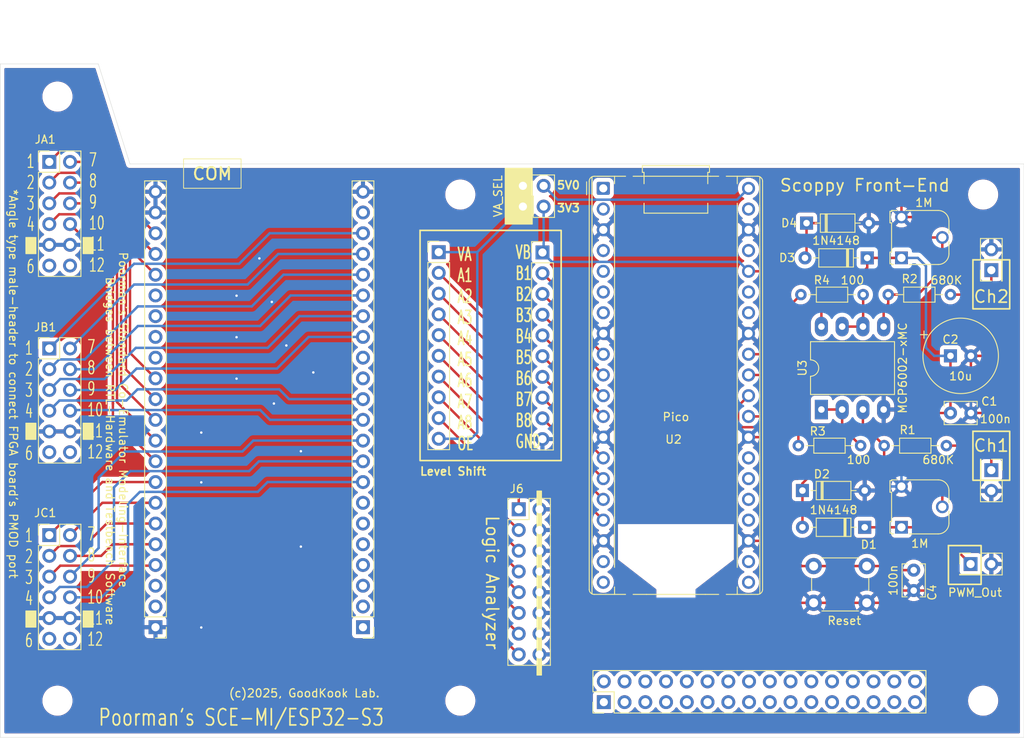
<source format=kicad_pcb>
(kicad_pcb (version 20241229) (generator "pcbnew") (generator_version "9.0")
  (layers (0 "F.Cu" signal) (2 "B.Cu" signal) (13 "F.Paste" user) (15 "B.Paste" user) (5 "F.SilkS" user "F.Silkscreen") (7 "B.SilkS" user "B.Silkscreen") (1 "F.Mask" user) (3 "B.Mask" user) (25 "Edge.Cuts" user))
  (net 0 "")
  (net 1 "+3V3")
  (net 2 "Net-(D3-A)")
  (net 3 "Net-(J5-Pin_1)")
  (net 6 "Net-(J7-Pin_1)")
  (net 9 "/ADC_0")
  (net 10 "Net-(U3A--)")
  (net 13 "Net-(U3B--)")
  (net 14 "/ADC_1")
  (net 28 "GND")
  (net 34 "Net-(D1-A)")
  (net 35 "Net-(J4-Pin_1)")
  (net 36 "Net-(SW2-A)")
  (net 37 "/GPIO37")
  (net 38 "/GPIO38")
  (net 39 "/GPIO39")
  (net 40 "/GPIO19")
  (net 41 "/GPIO35")
  (net 42 "/GPIO36")
  (net 43 "/GPIO20")
  (net 44 "/GPIO21")
  (net 45 "/GPIO41")
  (net 46 "/GPIO12")
  (net 47 "/GPIO42")
  (net 48 "/GPIO40")
  (net 49 "/GPIO14")
  (net 50 "/GPIO1")
  (net 51 "/GPIO2")
  (net 52 "/GPIO13")
  (net 53 "/GPIO18")
  (net 54 "/GPIO15")
  (net 55 "/GPIO16")
  (net 56 "/GPIO9")
  (net 57 "/GPIO8")
  (net 58 "/GPIO11")
  (net 59 "/GPIO17")
  (net 60 "/GPIO10")
  (net 61 "/GPIO46")
  (net 63 "/RST")
  (net 64 "/GPIO7")
  (net 66 "/GPIO5")
  (net 67 "/GPIO4")
  (net 68 "/GPIO3")
  (net 69 "/GPIO6")
  (net 71 "/GPIO47")
  (net 72 "/GPIO0")
  (net 73 "/GPIO48")
  (net 76 "/GPIO45")
  (net 77 "Net-(J2-Pin_1)")
  (net 110 "+5V0")
  (net 111 "Net-(J3_L1-Pin_6)")
  (net 112 "Net-(J3_L1-Pin_4)")
  (net 113 "Net-(J3_L1-Pin_3)")
  (net 114 "Net-(J3_L1-Pin_7)")
  (net 115 "Net-(J3_L1-Pin_2)")
  (net 116 "Net-(J3_L1-Pin_5)")
  (net 117 "Net-(J3_L1-Pin_8)")
  (net 118 "Net-(J3_L1-Pin_9)")
  (net 119 "Net-(J3_R1-Pin_8)")
  (net 120 "Net-(J3_R1-Pin_7)")
  (net 121 "Net-(J3_R1-Pin_2)")
  (net 122 "Net-(J3_R1-Pin_3)")
  (net 123 "Net-(J3_R1-Pin_9)")
  (net 124 "Net-(J3_R1-Pin_4)")
  (net 125 "Net-(J3_R1-Pin_6)")
  (net 126 "Net-(J3_R1-Pin_5)")
  (footprint "Capacitor_THT:C_Disc_D3.8mm_W2.6mm_P2.50mm" (layer "F.Cu") (at 225.315 118.76)
    (property "Reference" "C1")
    (property "Value" "100n")
  )
  (footprint "Connector_PinHeader_2.54mm:PinHeader_1x10_P2.54mm_Vertical" (layer "F.Cu") (at 175.3705 99.097)
    (property "Reference" "J3_R1" (hide yes))
    (property "Value" "Level_Shift_R" (hide yes))
  )
  (footprint "Potentiometer_THT:Potentiometer_Runtron_RM-065_Vertical" (layer "F.Cu") (at 219.315 132.76 90)
    (property "Reference" "RV1" (hide yes))
    (property "Value" "1M")
  )
  (footprint "Resistor_THT:R_Axial_DIN0204_L3.6mm_D1.6mm_P7.62mm_Horizontal" (layer "F.Cu") (at 217.195 122.76)
    (property "Reference" "R1")
    (property "Value" "680K")
  )
  (footprint "MountingHole:MountingHole_3.2mm_M3" (layer "F.Cu") (at 229.315 154)
    (property "Reference" "TP7" (hide yes))
    (property "Value" "Mounting Hole" (hide yes))
  )
  (footprint "Capacitor_THT:CP_Radial_Tantal_D9.0mm_P2.50mm" (layer "F.Cu") (at 225.315 111.76)
    (property "Reference" "C2")
    (property "Value" "10u")
  )
  (footprint "Resistor_THT:R_Axial_DIN0204_L3.6mm_D1.6mm_P7.62mm_Horizontal" (layer "F.Cu") (at 217.695 104.26)
    (property "Reference" "R2")
    (property "Value" "680K")
  )
  (footprint "Connector_PinHeader_2.54mm:PinHeader_2x06_P2.54mm_Vertical" (layer "F.Cu") (at 115 110.86)
    (property "Reference" "JB1")
    (property "Value" "FPGA_B" (hide yes))
  )
  (footprint "Connector_PinHeader_2.54mm:PinHeader_2x06_P2.54mm_Vertical" (layer "F.Cu") (at 115 133.72)
    (property "Reference" "JC1")
    (property "Value" "FPGA_C" (hide yes))
  )
  (footprint "Button_Switch_THT:SW_PUSH_6mm_H5mm" (layer "F.Cu") (at 208.565 137.51)
    (property "Reference" "SW2" (hide yes))
    (property "Value" "Reset")
  )
  (footprint "Potentiometer_THT:Potentiometer_Runtron_RM-065_Vertical" (layer "F.Cu") (at 219.315 99.76 90)
    (property "Reference" "RV2" (hide yes))
    (property "Value" "1M")
  )
  (footprint "Capacitor_THT:C_Disc_D3.8mm_W2.6mm_P2.50mm" (layer "F.Cu") (at 220.815 138.01 -90)
    (property "Reference" "C4")
    (property "Value" "100n")
  )
  (footprint "Connector_PinHeader_2.54mm:PinHeader_2x06_P2.54mm_Vertical" (layer "F.Cu") (at 115 88)
    (property "Reference" "JA1")
    (property "Value" "FPGA_A" (hide yes))
  )
  (footprint "MountingHole:MountingHole_3.2mm_M3" (layer "F.Cu") (at 229.315 92)
    (property "Reference" "TP8" (hide yes))
    (property "Value" "Mounting Hole" (hide yes))
  )
  (footprint "Connector_PinHeader_2.54mm:PinHeader_2x01_P2.54mm_Vertical" (layer "F.Cu") (at 230.315 125.76 -90)
    (property "Reference" "J4" (hide yes))
    (property "Value" "Ch1")
  )
  (footprint "Diode_THT:D_DO-35_SOD27_P7.62mm_Horizontal" (layer "F.Cu") (at 214.815 132.76 180)
    (property "Reference" "D1")
    (property "Value" "1N4148")
  )
  (footprint "Connector_PinHeader_2.54mm:PinHeader_1x22_P2.54mm_Vertical" (layer "F.Cu") (at 153.4 145 180)
    (property "Reference" "J11" (hide yes))
    (property "Value" "ESP32-S3_L" (hide yes))
  )
  (footprint "Connector_PinHeader_2.54mm:PinHeader_2x01_P2.54mm_Vertical" (layer "F.Cu") (at 227.775 137.26)
    (property "Reference" "J7" (hide yes))
    (property "Value" "PWM_Out")
  )
  (footprint "Diode_THT:D_DO-35_SOD27_P7.62mm_Horizontal" (layer "F.Cu") (at 207.695 95.5)
    (property "Reference" "D4")
    (property "Value" "1N4148" (hide yes))
  )
  (footprint "Diode_THT:D_DO-35_SOD27_P7.62mm_Horizontal" (layer "F.Cu") (at 215.125 99.76 180)
    (property "Reference" "D3")
    (property "Value" "1N4148")
  )
  (footprint "MountingHole:MountingHole_3.2mm_M3" (layer "F.Cu") (at 116 154)
    (property "Reference" "TP1" (hide yes))
    (property "Value" "Mounting Hole" (hide yes))
  )
  (footprint "Connector_PinHeader_2.54mm:PinHeader_2x01_P2.54mm_Vertical" (layer "F.Cu") (at 230.315 101.26 90)
    (property "Reference" "J5" (hide yes))
    (property "Value" "Ch2")
  )
  (footprint "Connector_PinHeader_2.54mm:PinHeader_1x22_P2.54mm_Vertical" (layer "F.Cu") (at 128 145 180)
    (property "Reference" "J12" (hide yes))
    (property "Value" "ESP32-S3_R" (hide yes))
  )
  (footprint "Connector_PinHeader_2.54mm:PinHeader_2x02_P2.54mm_Vertical" (layer "F.Cu") (at 172.974 93.472 90)
    (property "Reference" "J2" (hide yes))
    (property "Value" "VA_SEL")
  )
  (footprint "Package_DIP:DIP-8_W10.16mm_LongPads" (layer "F.Cu") (at 209.515 118.335 90)
    (property "Reference" "U3")
    (property "Value" "MCP6002-xMC")
  )
  (footprint "MountingHole:MountingHole_3.2mm_M3" (layer "F.Cu") (at 165.315 92)
    (property "Reference" "TP6" (hide yes))
    (property "Value" "Mounting Hole" (hide yes))
  )
  (footprint "Connector_PinHeader_2.54mm:PinHeader_2x16_P2.54mm_Vertical" (layer "F.Cu") (at 182.88 154.178 90)
    (property "Reference" "J1" (hide yes))
    (property "Value" "Conn_02x16_Counter_Clockwise" (hide yes))
  )
  (footprint "Connector_PinHeader_2.54mm:PinHeader_1x10_P2.54mm_Vertical" (layer "F.Cu") (at 162.6705 99.057)
    (property "Reference" "J3_L1" (hide yes))
    (property "Value" "Level_Shift_L" (hide yes))
  )
  (footprint "MountingHole:MountingHole_3.2mm_M3" (layer "F.Cu") (at 165.315 154)
    (property "Reference" "TP5" (hide yes))
    (property "Value" "Mounting Hole" (hide yes))
  )
  (footprint "Resistor_THT:R_Axial_DIN0204_L3.6mm_D1.6mm_P7.62mm_Horizontal" (layer "F.Cu") (at 207.005 104.26)
    (property "Reference" "R4")
    (property "Value" "100")
  )
  (footprint "MountingHole:MountingHole_3.2mm_M3" (layer "F.Cu") (at 116 80)
    (property "Reference" "TP3" (hide yes))
    (property "Value" "Mounting Hole" (hide yes))
  )
  (footprint "Module:RaspberryPi_Pico_Common_THT" (layer "F.Cu") (at 182.815 91.24)
    (property "Reference" "U2")
    (property "Value" "Pico")
  )
  (footprint "Connector_PinHeader_2.54mm:PinHeader_2x08_P2.54mm_Vertical" (layer "F.Cu") (at 172.466 130.556)
    (property "Reference" "J6")
    (property "Value" "Logic Analyzer")
  )
  (footprint "Resistor_THT:R_Axial_DIN0204_L3.6mm_D1.6mm_P7.62mm_Horizontal" (layer "F.Cu") (at 206.695 122.76)
    (property "Reference" "R3")
    (property "Value" "100")
  )
  (footprint "Diode_THT:D_DO-35_SOD27_P7.62mm_Horizontal" (layer "F.Cu") (at 207.195 128.26)
    (property "Reference" "D2")
    (property "Value" "1N4148" (hide yes))
  )
  (gr_rect (start 112.125 120) (end 113.375 122) (stroke (width 0.1)) (fill yes) (layer "F.SilkS"))
  (gr_rect (start 160.3855 96.393) (end 177.6575 124.587) (stroke (width 0.2)) (fill no) (layer "F.SilkS"))
  (gr_rect (start 119.125 97.25) (end 120.375 99.25) (stroke (width 0.1)) (fill yes) (layer "F.SilkS"))
  (gr_rect (start 228.065 121) (end 232.565 127) (stroke (width 0.2)) (fill no) (layer "F.SilkS"))
  (gr_rect (start 119.125 143) (end 120.375 145) (stroke (width 0.1)) (fill yes) (layer "F.SilkS"))
  (gr_rect (start 225.065 135) (end 229.065 139.75) (stroke (width 0.2)) (fill no) (layer "F.SilkS"))
  (gr_rect (start 112.125 97.25) (end 113.375 99.25) (stroke (width 0.1)) (fill yes) (layer "F.SilkS"))
  (gr_rect (start 174.69 128.306) (end 175.26 150.876) (stroke (width 0.1)) (fill yes) (layer "F.SilkS"))
  (gr_rect (start 170.7995 88.773) (end 174.1325 95.631) (stroke (width 0.1)) (fill yes) (layer "F.SilkS"))
  (gr_rect (start 112.125 143) (end 113.375 145) (stroke (width 0.1)) (fill yes) (layer "F.SilkS"))
  (gr_rect (start 228.065 100) (end 232.565 106) (stroke (width 0.2)) (fill no) (layer "F.SilkS"))
  (gr_rect (start 119.125 120) (end 120.375 122) (stroke (width 0.1)) (fill yes) (layer "F.SilkS"))
  (gr_line (start 234.315 88.25) (end 124.875 88.25) (stroke (width 0.05)) (layer "Edge.Cuts"))
  (gr_line (start 234.315 158.5) (end 234.315 88.25) (stroke (width 0.05)) (layer "Edge.Cuts"))
  (gr_line (start 109 76) (end 109 158.5) (stroke (width 0.05)) (layer "Edge.Cuts"))
  (gr_line (start 121 76) (end 109 76) (stroke (width 0.05)) (layer "Edge.Cuts"))
  (gr_line (start 124.875 88.25) (end 121 76) (stroke (width 0.05)) (layer "Edge.Cuts"))
  (gr_line (start 109 158.5) (end 234.315 158.5) (stroke (width 0.05)) (layer "Edge.Cuts"))
  (gr_text "1\n2\n3\n4\n5\n6" (at 112.14 101.75 0) (layer "F.SilkS") (effects (font (size 1.6 1)) (justify left bottom)))
  (gr_text "7\n8\n9\n10\n11\n12" (at 119.57 147.4 0) (layer "F.SilkS") (effects (font (size 1.6 1)) (justify left bottom)))
  (gr_text "7\n8\n9\n10\n11\n12" (at 119.77 101.58 0) (layer "F.SilkS") (effects (font (size 1.6 1)) (justify left bottom)))
  (gr_text "(c)2025, GoodKook Lab." (at 136.906 153.67 0) (layer "F.SilkS") (effects (font (size 1 1)) (justify left bottom)))
  (gr_text "7\n8\n9\n10\n11\n12" (at 119.57 124.46 0) (layer "F.SilkS") (effects (font (size 1.6 1)) (justify left bottom)))
  (gr_text "Level Shift" (at 160.274 126.492 0) (layer "F.SilkS") (effects (font (size 1 1) (thickness 0.2) (bold yes)) (justify left bottom)))
  (gr_text "Poorman's SCE-MI/ESP32-S3" (at 120.904 157.226 0) (layer "F.SilkS") (effects (font (size 2 1.5) (thickness 0.2)) (justify left bottom)))
  (gr_text "Poorman's Standard Co-Emulator Modeling-Interface\n    Bridges between RTL-Hardware and Testbench Software" (at 121.85 98.95 270) (layer "F.SilkS") (effects (font (size 1 1)) (justify left bottom)))
  (gr_text "1\n2\n3\n4\n5\n6" (at 111.94 124.63 0) (layer "F.SilkS") (effects (font (size 1.6 1)) (justify left bottom)))
  (gr_text "1\n2\n3\n4\n5\n6" (at 111.94 147.57 0) (layer "F.SilkS") (effects (font (size 1.6 1)) (justify left bottom)))
  (gr_text "Scoppy Front-End" (at 204.315 91.75 0) (layer "F.SilkS") (effects (font (size 1.5 1.5) (thickness 0.2)) (justify left bottom)))
  (gr_text "3V3" (at 177.038 94.234 0) (layer "F.SilkS") (effects (font (size 1 1) (thickness 0.2) (bold yes)) (justify left bottom)))
  (gr_text "*Angle type male-header to connect FPGA board's PMOD port" (at 110 91.25 270) (layer "F.SilkS") (effects (font (size 1 1)) (justify left bottom)))
  (gr_text "5V0" (at 177.038 91.44 0) (layer "F.SilkS") (effects (font (size 1 1) (thickness 0.2) (bold yes)) (justify left bottom)))
  (gr_text "VB\nB1\nB2\nB3\nB4\nB5\nB6\nB7\nB8\nGND" (at 171.958 123.19 0) (layer "F.SilkS") (effects (font (size 1.6 1) (thickness 0.2) (bold yes)) (justify left bottom)))
  (gr_text "VA\nA1\nA2\nA3\nA4\nA5\nA6\nA7\nA8\nOE" (at 164.846 123.444 0) (layer "F.SilkS") (effects (font (size 1.6 1) (thickness 0.2) (bold yes)) (justify left bottom)))
  (gr_text_box "COM" (start 131.44 87.63) (end 138.48 91.23) (margins 1.0025 1.0025 1.0025 1.0025) (layer "F.SilkS") (effects (font (size 1.5 1.5) (thickness 0.25) (bold yes)) (justify left top)) (border yes) (stroke (width 0.1)))
  (segment (start 225.315 111.76) (end 225.315 118.76) (width 0.3) (layer "F.Cu") (net 1))
  (segment (start 222.065 120.25) (end 222.065 123.25) (width 0.3) (layer "F.Cu") (net 1))
  (segment (start 225.315 118.76) (end 223.555 118.76) (width 0.3) (layer "F.Cu") (net 1))
  (segment (start 210.705 102.26) (end 209.515 103.45) (width 0.3) (layer "F.Cu") (net 1))
  (segment (start 225.565 124.75) (end 226.565 125.75) (width 0.3) (layer "F.Cu") (net 1))
  (segment (start 209.515 104.06) (end 209.515 108.175) (width 0.3) (layer "F.Cu") (net 1))
  (segment (start 200.595 101.4) (end 206.215 101.4) (width 0.3) (layer "F.Cu") (net 1))
  (segment (start 206.215 101.4) (end 207.065 102.25) (width 0.3) (layer "F.Cu") (net 1))
  (segment (start 226.565 132) (end 225.805 132.76) (width 0.3) (layer "F.Cu") (net 1))
  (segment (start 215.125 99.76) (end 219.315 99.76) (width 0.3) (layer "F.Cu") (net 1))
  (segment (start 215.125 100.95) (end 213.815 102.26) (width 0.3) (layer "F.Cu") (net 1))
  (segment (start 225.805 132.76) (end 219.315 132.76) (width 0.3) (layer "F.Cu") (net 1))
  (segment (start 223.555 118.76) (end 222.065 120.25) (width 0.3) (layer "F.Cu") (net 1))
  (segment (start 209.515 103.45) (end 209.515 104.06) (width 0.3) (layer "F.Cu") (net 1))
  (segment (start 226.565 125.75) (end 226.565 132) (width 0.3) (layer "F.Cu") (net 1))
  (segment (start 215.125 99.76) (end 215.125 100.95) (width 0.3) (layer "F.Cu") (net 1))
  (segment (start 208.315 102.25) (end 209.515 103.45) (width 0.3) (layer "F.Cu") (net 1))
  (segment (start 207.065 102.25) (end 208.315 102.25) (width 0.3) (layer "F.Cu") (net 1))
  (segment (start 214.815 132.76) (end 219.315 132.76) (width 0.3) (layer "F.Cu") (net 1))
  (segment (start 223.565 124.75) (end 225.565 124.75) (width 0.3) (layer "F.Cu") (net 1))
  (segment (start 213.815 102.26) (end 210.705 102.26) (width 0.3) (layer "F.Cu") (net 1))
  (segment (start 222.065 123.25) (end 223.565 124.75) (width 0.3) (layer "F.Cu") (net 1))
  (segment (start 221.315 99.76) (end 222.315 100.76) (width 0.3) (layer "B.Cu") (net 1))
  (segment (start 219.315 99.76) (end 221.315 99.76) (width 0.3) (layer "B.Cu") (net 1))
  (segment (start 175.514 93.472) (end 175.514 98.9535) (width 0.3) (layer "B.Cu") (net 1))
  (segment (start 175.514 98.9535) (end 175.3705 99.097) (width 0.3) (layer "B.Cu") (net 1))
  (segment (start 175.3705 99.097) (end 176.5225 100.249) (width 0.3) (layer "B.Cu") (net 1))
  (segment (start 222.315 110.76) (end 223.315 111.76) (width 0.3) (layer "B.Cu") (net 1))
  (segment (start 222.315 100.76) (end 222.315 110.76) (width 0.3) (layer "B.Cu") (net 1))
  (segment (start 223.315 111.76) (end 225.315 111.76) (width 0.3) (layer "B.Cu") (net 1))
  (segment (start 176.5225 100.249) (end 199.444 100.249) (width 0.3) (layer "B.Cu") (net 1))
  (segment (start 199.444 100.249) (end 200.595 101.4) (width 0.3) (layer "B.Cu") (net 1))
  (segment (start 224.315 101.26) (end 221.315 104.26) (width 0.3) (layer "F.Cu") (net 2))
  (segment (start 217.135 105.94) (end 217.135 108.175) (width 0.3) (layer "F.Cu") (net 2))
  (segment (start 207.695 95.5) (end 210.065 95.5) (width 0.3) (layer "F.Cu") (net 2))
  (segment (start 217.695 104.26) (end 217.695 105.38) (width 0.3) (layer "F.Cu") (net 2))
  (segment (start 207.695 99.57) (end 207.505 99.76) (width 0.3) (layer "F.Cu") (net 2))
  (segment (start 221.315 104.26) (end 217.695 104.26) (width 0.3) (layer "F.Cu") (net 2))
  (segment (start 207.695 95.5) (end 207.695 99.57) (width 0.3) (layer "F.Cu") (net 2))
  (segment (start 217.695 105.38) (end 217.135 105.94) (width 0.3) (layer "F.Cu") (net 2))
  (segment (start 210.065 95.5) (end 211.825 97.26) (width 0.3) (layer "F.Cu") (net 2))
  (segment (start 224.315 97.26) (end 224.315 101.26) (width 0.3) (layer "F.Cu") (net 2))
  (segment (start 211.825 97.26) (end 224.315 97.26) (width 0.3) (layer "F.Cu") (net 2))
  (segment (start 230.315 102.76) (end 230.315 101.26) (width 0.3) (layer "F.Cu") (net 3))
  (segment (start 225.315 104.26) (end 228.815 104.26) (width 0.3) (layer "F.Cu") (net 3))
  (segment (start 228.815 104.26) (end 230.315 102.76) (width 0.3) (layer "F.Cu") (net 3))
  (segment (start 200.595 119.18) (end 202.995 119.18) (width 0.3) (layer "F.Cu") (net 6))
  (segment (start 202.995 119.18) (end 204.815 121) (width 0.3) (layer "F.Cu") (net 6))
  (segment (start 227.775 137.26) (end 225.515 135) (width 0.3) (layer "F.Cu") (net 6))
  (segment (start 204.815 121) (end 204.815 133) (width 0.3) (layer "F.Cu") (net 6))
  (segment (start 204.815 133) (end 206.815 135) (width 0.3) (layer "F.Cu") (net 6))
  (segment (start 225.515 135) (end 206.815 135) (width 0.3) (layer "F.Cu") (net 6))
  (segment (start 200.595 114.1) (end 203.155 114.1) (width 0.3) (layer "F.Cu") (net 9))
  (segment (start 206.695 122.76) (end 206.695 117.64) (width 0.3) (layer "F.Cu") (net 9))
  (segment (start 206.695 117.64) (end 203.155 114.1) (width 0.3) (layer "F.Cu") (net 9))
  (segment (start 212.055 118.335) (end 209.515 118.335) (width 0.3) (layer "F.Cu") (net 10))
  (segment (start 212.055 118.335) (end 212.055 120.5) (width 0.3) (layer "F.Cu") (net 10))
  (segment (start 212.055 120.5) (end 214.315 122.76) (width 0.3) (layer "F.Cu") (net 10))
  (segment (start 214.625 108.145) (end 214.595 108.175) (width 0.3) (layer "F.Cu") (net 13))
  (segment (start 214.625 104.26) (end 214.625 108.145) (width 0.3) (layer "F.Cu") (net 13))
  (segment (start 214.595 108.175) (end 212.055 108.175) (width 0.3) (layer "F.Cu") (net 13))
  (segment (start 204.815 106.45) (end 204.815 109.76) (width 0.3) (layer "F.Cu") (net 14))
  (segment (start 203.015 111.56) (end 200.595 111.56) (width 0.3) (layer "F.Cu") (net 14))
  (segment (start 207.005 104.26) (end 204.815 106.45) (width 0.3) (layer "F.Cu") (net 14))
  (segment (start 204.815 109.76) (end 203.015 111.56) (width 0.3) (layer "F.Cu") (net 14))
  (segment (start 231.305 111.76) (end 227.815 111.76) (width 0.3) (layer "F.Cu") (net 28))
  (segment (start 202.285 121.72) (end 202.815 122.25) (width 0.3) (layer "F.Cu") (net 28))
  (segment (start 227.565 98.75) (end 227.815 98.75) (width 0.3) (layer "F.Cu") (net 28))
  (segment (start 230.315 139.75) (end 229.555 140.51) (width 0.3) (layer "F.Cu") (net 28))
  (segment (start 200.595 134.42) (end 202.735 134.42) (width 0.3) (layer "F.Cu") (net 28))
  (segment (start 215.065 142.01) (end 208.565 142.01) (width 0.3) (layer "F.Cu") (net 28))
  (segment (start 229.555 140.51) (end 220.815 140.51) (width 0.3) (layer "F.Cu") (net 28))
  (segment (start 202.735 134.42) (end 203.815 135.5) (width 0.3) (layer "F.Cu") (net 28))
  (segment (start 202.815 134.34) (end 202.735 134.42) (width 0.3) (layer "F.Cu") (net 28))
  (segment (start 232.515 128.3) (end 230.315 128.3) (width 0.3) (layer "F.Cu") (net 28))
  (segment (start 226.565 97.75) (end 227.565 98.75) (width 0.3) (layer "F.Cu") (net 28))
  (segment (start 128 91.66) (end 153.4 91.66) (width 0.2) (layer "F.Cu") (net 28))
  (segment (start 219.315 94.76) (end 225.305 94.76) (width 0.3) (layer "F.Cu") (net 28))
  (segment (start 232.815 109.75) (end 233.065 110) (width 0.3) (layer "F.Cu") (net 28))
  (segment (start 203.815 135.5) (end 203.815 140) (width 0.3) (layer "F.Cu") (net 28))
  (segment (start 128 91.66) (end 128 94.2) (width 0.2) (layer "F.Cu") (net 28))
  (segment (start 225.305 94.76) (end 225.315 94.75) (width 0.3) (layer "F.Cu") (net 28))
  (segment (start 230.315 128.3) (end 230.315 137.26) (width 0.3) (layer "F.Cu") (net 28))
  (segment (start 232.055 118.76) (end 232.065 118.75) (width 0.3) (layer "F.Cu") (net 28))
  (segment (start 205.825 142.01) (end 203.815 140) (width 0.3) (layer "F.Cu") (net 28))
  (segment (start 215.315 95.5) (end 215.315 92.75) (width 0.3) (layer "F.Cu") (net 28))
  (segment (start 218.555 140.51) (end 217.055 142.01) (width 0.3) (layer "F.Cu") (net 28))
  (segment (start 220.815 140.51) (end 218.555 140.51) (width 0.3) (layer "F.Cu") (net 28))
  (segment (start 215.315 92.75) (end 219.315 92.75) (width 0.3) (layer "F.Cu") (net 28))
  (segment (start 208.565 142.01) (end 205.825 142.01) (width 0.3) (layer "F.Cu") (net 28))
  (segment (start 227.815 118.76) (end 232.055 118.76) (width 0.3) (layer "F.Cu") (net 28))
  (segment (start 227.845 98.72) (end 230.315 98.72) (width 0.3) (layer "F.Cu") (net 28))
  (segment (start 233.315 120) (end 233.315 127.5) (width 0.3) (layer "F.Cu") (net 28))
  (segment (start 233.065 110) (end 231.305 111.76) (width 0.3) (layer "F.Cu") (net 28))
  (segment (start 217.055 142.01) (end 215.065 142.01) (width 0.3) (layer "F.Cu") (net 28))
  (segment (start 227.815 111.76) (end 227.815 118.76) (width 0.3) (layer "F.Cu") (net 28))
  (segment (start 225.315 94.75) (end 226.565 96) (width 0.3) (layer "F.Cu") (net 28))
  (segment (start 226.565 96) (end 226.565 97.75) (width 0.3) (layer "F.Cu") (net 28))
  (segment (start 200.595 121.72) (end 202.285 121.72) (width 0.3) (layer "F.Cu") (net 28))
  (segment (start 232.285 98.72) (end 232.815 99.25) (width 0.3) (layer "F.Cu") (net 28))
  (segment (start 233.315 127.5) (end 232.515 128.3) (width 0.3) (layer "F.Cu") (net 28))
  (segment (start 202.815 122.25) (end 202.815 134.34) (width 0.3) (layer "F.Cu") (net 28))
  (segment (start 230.315 137.26) (end 230.315 139.75) (width 0.3) (layer "F.Cu") (net 28))
  (segment (start 219.315 92.75) (end 219.315 94.76) (width 0.3) (layer "F.Cu") (net 28))
  (segment (start 227.815 98.75) (end 227.845 98.72) (width 0.3) (layer "F.Cu") (net 28))
  (segment (start 232.815 99.25) (end 232.815 109.75) (width 0.3) (layer "F.Cu") (net 28))
  (segment (start 230.315 98.72) (end 232.285 98.72) (width 0.3) (layer "F.Cu") (net 28))
  (segment (start 232.065 118.75) (end 233.315 120) (width 0.3) (layer "F.Cu") (net 28))
  (via (at 133.604 145.034) (size 0.6) (drill 0.3) (layers "F.Cu" "B.Cu") (net 28))
  (via (at 137.922 109.474) (size 0.6) (drill 0.3) (layers "F.Cu" "B.Cu") (net 28))
  (via (at 145.796 135.128) (size 0.6) (drill 0.3) (layers "F.Cu" "B.Cu") (net 28))
  (via (at 142.494 117.602) (size 0.6) (drill 0.3) (layers "F.Cu" "B.Cu") (net 28))
  (via (at 147.32 113.792) (size 0.6) (drill 0.3) (layers "F.Cu" "B.Cu") (net 28))
  (via (at 144.018 110.49) (size 0.6) (drill 0.3) (layers "F.Cu" "B.Cu") (net 28))
  (via (at 137.922 114.554) (size 0.6) (drill 0.3) (layers "F.Cu" "B.Cu") (net 28))
  (via (at 137.922 104.394) (size 0.6) (drill 0.3) (layers "F.Cu" "B.Cu") (net 28))
  (via (at 133.604 127.254) (size 0.6) (drill 0.3) (layers "F.Cu" "B.Cu") (net 28))
  (via (at 133.604 121.158) (size 0.6) (drill 0.3) (layers "F.Cu" "B.Cu") (net 28))
  (via (at 145.796 123.444) (size 0.6) (drill 0.3) (layers "F.Cu" "B.Cu") (net 28))
  (via (at 140.716 99.822) (size 0.6) (drill 0.3) (layers "F.Cu" "B.Cu") (net 28))
  (via (at 142.24 105.156) (size 0.6) (drill 0.3) (layers "F.Cu" "B.Cu") (net 28))
  (segment (start 117.54 121.02) (end 113.04 121.02) (width 0.2) (layer "B.Cu") (net 28))
  (segment (start 123.01 94.2) (end 119.05 98.16) (width 0.2) (layer "B.Cu") (net 28))
  (segment (start 219.315 127.76) (end 217.805 127.76) (width 0.3) (layer "B.Cu") (net 28))
  (segment (start 111.81 99.12) (end 111.81 119.79) (width 0.2) (layer "B.Cu") (net 28))
  (segment (start 220.815 119.5) (end 219.65 118.335) (width 0.3) (layer "B.Cu") (net 28))
  (segment (start 226.565 115.5) (end 218.065 115.5) (width 0.3) (layer "B.Cu") (net 28))
  (segment (start 219.315 125.5) (end 220.815 124) (width 0.3) (layer "B.Cu") (net 28))
  (segment (start 227.815 118.76) (end 227.815 116.75) (width 0.3) (layer "B.Cu") (net 28))
  (segment (start 111.81 119.79) (end 113.04 121.02) (width 0.2) (layer "B.Cu") (net 28))
  (segment (start 112.1 121.75) (end 112.1 142.85) (width 0.2) (layer "B.Cu") (net 28))
  (segment (start 227.815 116.75) (end 226.565 115.5) (width 0.3) (layer "B.Cu") (net 28))
  (segment (start 219.315 127.76) (end 219.315 125.5) (width 0.3) (layer "B.Cu") (net 28))
  (segment (start 113.04 121.02) (end 112.83 121.02) (width 0.2) (layer "B.Cu") (net 28))
  (segment (start 219.65 118.335) (end 217.135 118.335) (width 0.3) (layer "B.Cu") (net 28))
  (segment (start 128 94.2) (end 123.01 94.2) (width 0.2) (layer "B.Cu") (net 28))
  (segment (start 217.805 127.76) (end 217.305 128.26) (width 0.3) (layer "B.Cu") (net 28))
  (segment (start 112.1 142.85) (end 113.13 143.88) (width 0.2) (layer "B.Cu") (net 28))
  (segment (start 218.065 115.5) (end 217.135 116.43) (width 0.3) (layer "B.Cu") (net 28))
  (segment (start 122.85 143.88) (end 123.97 145) (width 0.2) (layer "B.Cu") (net 28))
  (segment (start 112.77 98.16) (end 111.81 99.12) (width 0.2) (layer "B.Cu") (net 28))
  (segment (start 217.305 128.26) (end 214.815 128.26) (width 0.3) (layer "B.Cu") (net 28))
  (segment (start 217.135 116.43) (end 217.135 118.335) (width 0.3) (layer "B.Cu") (net 28))
  (segment (start 123.97 145) (end 128 145) (width 0.2) (layer "B.Cu") (net 28))
  (segment (start 112.83 121.02) (end 112.1 121.75) (width 0.2) (layer "B.Cu") (net 28))
  (segment (start 113.13 143.88) (end 117.54 143.88) (width 0.2) (layer "B.Cu") (net 28))
  (segment (start 115 143.88) (end 122.85 143.88) (width 0.2) (layer "B.Cu") (net 28))
  (segment (start 119.05 98.16) (end 115 98.16) (width 0.2) (layer "B.Cu") (net 28))
  (segment (start 115 98.16) (end 112.77 98.16) (width 0.2) (layer "B.Cu") (net 28))
  (segment (start 220.815 124) (end 220.815 119.5) (width 0.3) (layer "B.Cu") (net 28))
  (segment (start 207.195 132.76) (end 207.195 128.26) (width 0.3) (layer "F.Cu") (net 34))
  (segment (start 207.195 127.38) (end 207.195 128.26) (width 0.3) (layer "F.Cu") (net 34))
  (segment (start 217.195 124.38) (end 215.815 125.76) (width 0.3) (layer "F.Cu") (net 34))
  (segment (start 214.595 120.16) (end 217.195 122.76) (width 0.3) (layer "F.Cu") (net 34))
  (segment (start 218.575 125.76) (end 223.815 125.76) (width 0.3) (layer "F.Cu") (net 34))
  (segment (start 224.315 126.26) (end 224.315 130.26) (width 0.3) (layer "F.Cu") (net 34))
  (segment (start 223.815 125.76) (end 224.315 126.26) (width 0.3) (layer "F.Cu") (net 34))
  (segment (start 214.595 118.335) (end 214.595 120.16) (width 0.3) (layer "F.Cu") (net 34))
  (segment (start 217.195 122.76) (end 217.195 124.38) (width 0.3) (layer "F.Cu") (net 34))
  (segment (start 215.815 125.76) (end 208.815 125.76) (width 0.3) (layer "F.Cu") (net 34))
  (segment (start 217.195 124.38) (end 218.575 125.76) (width 0.3) (layer "F.Cu") (net 34))
  (segment (start 208.815 125.76) (end 207.195 127.38) (width 0.3) (layer "F.Cu") (net 34))
  (segment (start 229.315 122.76) (end 230.315 123.76) (width 0.3) (layer "F.Cu") (net 35))
  (segment (start 224.815 122.76) (end 229.315 122.76) (width 0.3) (layer "F.Cu") (net 35))
  (segment (start 230.315 125.76) (end 230.315 123.76) (width 0.3) (layer "F.Cu") (net 35))
  (segment (start 199.815 120.5) (end 199.315 120) (width 0.3) (layer "F.Cu") (net 36))
  (segment (start 202.815 120.5) (end 199.815 120.5) (width 0.3) (layer "F.Cu") (net 36))
  (segment (start 208.565 137.51) (end 207.11648 137.51) (width 0.3) (layer "F.Cu") (net 36))
  (segment (start 207.11648 137.51) (end 203.815 134.20852) (width 0.3) (layer "F.Cu") (net 36))
  (segment (start 199.315 117.92) (end 200.595 116.64) (width 0.3) (layer "F.Cu") (net 36))
  (segment (start 208.565 137.51) (end 215.065 137.51) (width 0.3) (layer "F.Cu") (net 36))
  (segment (start 203.815 134.20852) (end 203.815 121.5) (width 0.3) (layer "F.Cu") (net 36))
  (segment (start 215.065 137.51) (end 217.825 137.51) (width 0.3) (layer "F.Cu") (net 36))
  (segment (start 199.315 120) (end 199.315 117.92) (width 0.3) (layer "F.Cu") (net 36))
  (segment (start 218.325 138.01) (end 220.815 138.01) (width 0.3) (layer "F.Cu") (net 36))
  (segment (start 217.825 137.51) (end 218.325 138.01) (width 0.3) (layer "F.Cu") (net 36))
  (segment (start 203.815 121.5) (end 202.815 120.5) (width 0.3) (layer "F.Cu") (net 36))
  (segment (start 123.79 115.39) (end 123.79 99.94704) (width 0.3) (layer "F.Cu") (net 37))
  (segment (start 128 119.6) (end 123.79 115.39) (width 0.3) (layer "F.Cu") (net 37))
  (segment (start 120.637 96.79404) (end 120.637 94.057) (width 0.3) (layer "F.Cu") (net 37))
  (segment (start 119.66 93.08) (end 117.54 93.08) (width 0.3) (layer "F.Cu") (net 37))
  (segment (start 123.79 99.94704) (end 120.637 96.79404) (width 0.3) (layer "F.Cu") (net 37))
  (segment (start 120.637 94.057) (end 119.66 93.08) (width 0.3) (layer "F.Cu") (net 37))
  (segment (start 119.219 94.419) (end 116.201 94.419) (width 0.3) (layer "F.Cu") (net 38))
  (segment (start 128 122.14) (end 123.289 117.429) (width 0.3) (layer "F.Cu") (net 38))
  (segment (start 120.136 95.336) (end 119.219 94.419) (width 0.3) (layer "F.Cu") (net 38))
  (segment (start 123.289 100.15456) (end 120.136 97.001561) (width 0.3) (layer "F.Cu") (net 38))
  (segment (start 120.136 97.001561) (end 120.136 95.336) (width 0.3) (layer "F.Cu") (net 38))
  (segment (start 116.201 94.419) (end 115 95.62) (width 0.3) (layer "F.Cu") (net 38))
  (segment (start 123.289 117.429) (end 123.289 100.15456) (width 0.3) (layer "F.Cu") (net 38))
  (segment (start 122.788 119.468) (end 122.788 116.46) (width 0.3) (layer "F.Cu") (net 39))
  (segment (start 117.54 95.62) (end 122.788 100.868) (width 0.3) (layer "F.Cu") (net 39))
  (segment (start 122.788 117.636521) (end 122.788 117.63652) (width 0.3) (layer "F.Cu") (net 39))
  (segment (start 122.788 116.46) (end 122.788 117.22148) (width 0.3) (layer "F.Cu") (net 39))
  (segment (start 122.788 117.22148) (end 122.788 117.636521) (width 0.3) (layer "F.Cu") (net 39))
  (segment (start 122.788 100.868) (end 122.788 116.46) (width 0.3) (layer "F.Cu") (net 39))
  (segment (start 128 124.68) (end 122.788 119.468) (width 0.3) (layer "F.Cu") (net 39))
  (segment (start 127.99 96.74) (end 128 96.74) (width 0.3) (layer "F.Cu") (net 40))
  (segment (start 123.16 88.81) (end 123.16 91.91) (width 0.3) (layer "F.Cu") (net 40))
  (segment (start 117.19 85.81) (end 120.16 85.81) (width 0.3) (layer "F.Cu") (net 40))
  (segment (start 123.16 91.91) (end 127.99 96.74) (width 0.3) (layer "F.Cu") (net 40))
  (segment (start 115 88) (end 117.19 85.81) (width 0.3) (layer "F.Cu") (net 40))
  (segment (start 120.16 85.81) (end 123.16 88.81) (width 0.3) (layer "F.Cu") (net 40))
  (segment (start 128 114.52) (end 124.88 111.4) (width 0.3) (layer "F.Cu") (net 41))
  (segment (start 124.88 99.62) (end 121.639 96.379) (width 0.3) (layer "F.Cu") (net 41))
  (segment (start 121.639 96.379) (end 121.639 92.329) (width 0.3) (layer "F.Cu") (net 41))
  (segment (start 121.639 92.329) (end 119.85 90.54) (width 0.3) (layer "F.Cu") (net 41))
  (segment (start 124.88 111.4) (end 124.88 99.62) (width 0.3) (layer "F.Cu") (net 41))
  (segment (start 119.85 90.54) (end 117.54 90.54) (width 0.3) (layer "F.Cu") (net 41))
  (segment (start 124.379 113.439) (end 124.379 99.82752) (width 0.3) (layer "F.Cu") (net 42))
  (segment (start 116.22 91.86) (end 115 93.08) (width 0.3) (layer "F.Cu") (net 42))
  (segment (start 124.379 99.82752) (end 121.138 96.58652) (width 0.3) (layer "F.Cu") (net 42))
  (segment (start 128 117.06) (end 124.379 113.439) (width 0.3) (layer "F.Cu") (net 42))
  (segment (start 119.76 91.86) (end 116.22 91.86) (width 0.3) (layer "F.Cu") (net 42))
  (segment (start 121.138 96.58652) (end 121.138 93.238) (width 0.3) (layer "F.Cu") (net 42))
  (segment (start 121.138 93.238) (end 119.76 91.86) (width 0.3) (layer "F.Cu") (net 42))
  (segment (start 127.95 99.28) (end 122.659 93.989) (width 0.3) (layer "F.Cu") (net 43))
  (segment (start 117.54 88) (end 120.49 88) (width 0.3) (layer "F.Cu") (net 43))
  (segment (start 122.659 90.169) (end 120.49 88) (width 0.3) (layer "F.Cu") (net 43))
  (segment (start 128 99.28) (end 127.95 99.28) (width 0.3) (layer "F.Cu") (net 43))
  (segment (start 122.659 93.989) (end 122.659 90.169) (width 0.3) (layer "F.Cu") (net 43))
  (segment (start 122.14 91.15) (end 122.14 95.96) (width 0.3) (layer "F.Cu") (net 44))
  (segment (start 122.14 95.96) (end 128 101.82) (width 0.3) (layer "F.Cu") (net 44))
  (segment (start 115 90.54) (end 116.201 89.339) (width 0.3) (layer "F.Cu") (net 44))
  (segment (start 120.329 89.339) (end 122.14 91.15) (width 0.3) (layer "F.Cu") (net 44))
  (segment (start 116.201 89.339) (end 120.329 89.339) (width 0.3) (layer "F.Cu") (net 44))
  (segment (start 117.54 133.72) (end 121.5 129.76) (width 0.3) (layer "F.Cu") (net 45))
  (segment (start 121.5 129.76) (end 128 129.76) (width 0.3) (layer "F.Cu") (net 45))
  (segment (start 153.4 101.82) (end 143.67 101.82) (width 0.3) (layer "B.Cu") (net 46))
  (segment (start 119.341 112.199) (end 116.201 112.199) (width 0.3) (layer "B.Cu") (net 46))
  (segment (start 116.201 112.199) (end 115 113.4) (width 0.3) (layer "B.Cu") (net 46))
  (segment (start 139.791 105.699) (end 125.841 105.699) (width 0.3) (layer "B.Cu") (net 46))
  (segment (start 143.67 101.82) (end 139.791 105.699) (width 0.3) (layer "B.Cu") (net 46))
  (segment (start 125.841 105.699) (end 119.341 112.199) (width 0.3) (layer "B.Cu") (net 46))
  (segment (start 122.02 132.3) (end 128 132.3) (width 0.3) (layer "F.Cu") (net 47))
  (segment (start 119.261 135.059) (end 122.02 132.3) (width 0.3) (layer "F.Cu") (net 47))
  (segment (start 115 136.26) (end 116.201 135.059) (width 0.3) (layer "F.Cu") (net 47))
  (segment (start 116.201 135.059) (end 119.261 135.059) (width 0.3) (layer "F.Cu") (net 47))
  (segment (start 121.5 127.22) (end 128 127.22) (width 0.3) (layer "F.Cu") (net 48))
  (segment (start 115 133.72) (end 121.5 127.22) (width 0.3) (layer "F.Cu") (net 48))
  (segment (start 138.239 100.481) (end 125.379 100.481) (width 0.3) (layer "B.Cu") (net 49))
  (segment (start 125.379 100.481) (end 115 110.86) (width 0.3) (layer "B.Cu") (net 49))
  (segment (start 141.98 96.74) (end 138.239 100.481) (width 0.3) (layer "B.Cu") (net 49))
  (segment (start 153.4 96.74) (end 141.98 96.74) (width 0.3) (layer "B.Cu") (net 49))
  (segment (start 115 138.8) (end 116.339 137.461) (width 0.3) (layer "F.Cu") (net 50))
  (segment (start 116.339 137.461) (end 127.919 137.461) (width 0.3) (layer "F.Cu") (net 50))
  (segment (start 127.919 137.461) (end 128 137.38) (width 0.3) (layer "F.Cu") (net 50))
  (segment (start 117.54 136.26) (end 121.35 136.26) (width 0.3) (layer "F.Cu") (net 51))
  (segment (start 121.35 136.26) (end 122.77 134.84) (width 0.3) (layer "F.Cu") (net 51))
  (segment (start 122.77 134.84) (end 128 134.84) (width 0.3) (layer "F.Cu") (net 51))
  (segment (start 143.02 99.28) (end 153.4 99.28) (width 0.3) (layer "B.Cu") (net 52))
  (segment (start 125.379 103.021) (end 139.279 103.021) (width 0.3) (layer "B.Cu") (net 52))
  (segment (start 117.54 110.86) (end 125.379 103.021) (width 0.3) (layer "B.Cu") (net 52))
  (segment (start 139.279 103.021) (end 143.02 99.28) (width 0.3) (layer "B.Cu") (net 52))
  (segment (start 140.819 118.399) (end 117.621 118.399) (width 0.3) (layer "B.Cu") (net 53))
  (segment (start 117.621 118.399) (end 117.54 118.48) (width 0.3) (layer "B.Cu") (net 53))
  (segment (start 142.02 119.6) (end 140.819 118.399) (width 0.3) (layer "B.Cu") (net 53))
  (segment (start 153.4 119.6) (end 142.02 119.6) (width 0.3) (layer "B.Cu") (net 53))
  (segment (start 126.089 128.421) (end 124.64 129.87) (width 0.3) (layer "B.Cu") (net 54))
  (segment (start 121.39 141.34) (end 117.54 141.34) (width 0.3) (layer "B.Cu") (net 54))
  (segment (start 140.519 128.421) (end 126.089 128.421) (width 0.3) (layer "B.Cu") (net 54))
  (segment (start 124.64 138.09) (end 121.39 141.34) (width 0.3) (layer "B.Cu") (net 54))
  (segment (start 141.72 127.22) (end 140.519 128.421) (width 0.3) (layer "B.Cu") (net 54))
  (segment (start 153.4 127.22) (end 141.72 127.22) (width 0.3) (layer "B.Cu") (net 54))
  (segment (start 124.64 129.87) (end 124.64 138.09) (width 0.3) (layer "B.Cu") (net 54))
  (segment (start 140.66 124.68) (end 139.459 125.881) (width 0.3) (layer "B.Cu") (net 55))
  (segment (start 122.92 127.87) (end 122.92 136.77) (width 0.3) (layer "B.Cu") (net 55))
  (segment (start 116.27 140.07) (end 115 141.34) (width 0.3) (layer "B.Cu") (net 55))
  (segment (start 153.4 124.68) (end 140.66 124.68) (width 0.3) (layer "B.Cu") (net 55))
  (segment (start 122.92 136.77) (end 119.62 140.07) (width 0.3) (layer "B.Cu") (net 55))
  (segment (start 139.459 125.881) (end 124.909 125.881) (width 0.3) (layer "B.Cu") (net 55))
  (segment (start 124.909 125.881) (end 122.92 127.87) (width 0.3) (layer "B.Cu") (net 55))
  (segment (start 119.62 140.07) (end 116.27 140.07) (width 0.3) (layer "B.Cu") (net 55))
  (segment (start 142.871 113.319) (end 125.681 113.319) (width 0.3) (layer "B.Cu") (net 56))
  (segment (start 146.75 109.44) (end 142.871 113.319) (width 0.3) (layer "B.Cu") (net 56))
  (segment (start 123.06 115.94) (end 117.54 115.94) (width 0.3) (layer "B.Cu") (net 56))
  (segment (start 125.681 113.319) (end 123.06 115.94) (width 0.3) (layer "B.Cu") (net 56))
  (segment (start 153.4 109.44) (end 146.75 109.44) (width 0.3) (layer "B.Cu") (net 56))
  (segment (start 144.35 117.06) (end 153.4 117.06) (width 0.3) (layer "B.Cu") (net 57))
  (segment (start 115 118.48) (end 116.25 117.23) (width 0.3) (layer "B.Cu") (net 57))
  (segment (start 143.149 115.859) (end 144.35 117.06) (width 0.3) (layer "B.Cu") (net 57))
  (segment (start 125.801 115.859) (end 143.149 115.859) (width 0.3) (layer "B.Cu") (net 57))
  (segment (start 124.43 117.23) (end 125.801 115.859) (width 0.3) (layer "B.Cu") (net 57))
  (segment (start 116.25 117.23) (end 124.43 117.23) (width 0.3) (layer "B.Cu") (net 57))
  (segment (start 125.849 108.101) (end 120.55 113.4) (width 0.3) (layer "B.Cu") (net 58))
  (segment (start 120.55 113.4) (end 117.54 113.4) (width 0.3) (layer "B.Cu") (net 58))
  (segment (start 140.799 108.101) (end 125.849 108.101) (width 0.3) (layer "B.Cu") (net 58))
  (segment (start 153.4 104.36) (end 144.54 104.36) (width 0.3) (layer "B.Cu") (net 58))
  (segment (start 144.54 104.36) (end 140.799 108.101) (width 0.3) (layer "B.Cu") (net 58))
  (segment (start 121.04 135.3) (end 121.04 126.68) (width 0.3) (layer "B.Cu") (net 59))
  (segment (start 139.97 122.14) (end 153.4 122.14) (width 0.3) (layer "B.Cu") (net 59))
  (segment (start 121.04 126.68) (end 124.241 123.479) (width 0.3) (layer "B.Cu") (net 59))
  (segment (start 138.631 123.479) (end 139.97 122.14) (width 0.3) (layer "B.Cu") (net 59))
  (segment (start 117.54 138.8) (end 121.04 135.3) (width 0.3) (layer "B.Cu") (net 59))
  (segment (start 124.241 123.479) (end 138.631 123.479) (width 0.3) (layer "B.Cu") (net 59))
  (segment (start 116.339 114.601) (end 115 115.94) (width 0.3) (layer "B.Cu") (net 60))
  (segment (start 125.591 110.779) (end 121.769 114.601) (width 0.3) (layer "B.Cu") (net 60))
  (segment (start 153.4 106.9) (end 145.62 106.9) (width 0.3) (layer "B.Cu") (net 60))
  (segment (start 141.741 110.779) (end 125.591 110.779) (width 0.3) (layer "B.Cu") (net 60))
  (segment (start 121.769 114.601) (end 116.339 114.601) (width 0.3) (layer "B.Cu") (net 60))
  (segment (start 145.62 106.9) (end 141.741 110.779) (width 0.3) (layer "B.Cu") (net 60))
  (segment (start 167.389 99.057) (end 172.974 93.472) (width 0.3) (layer "B.Cu") (net 77))
  (segment (start 167.389 121.155) (end 166.627 121.917) (width 0.3) (layer "B.Cu") (net 77))
  (segment (start 167.389 99.057) (end 167.389 121.155) (width 0.3) (layer "B.Cu") (net 77))
  (segment (start 172.974 90.932) (end 172.974 93.472) (width 0.3) (layer "B.Cu") (net 77))
  (segment (start 162.6705 99.057) (end 167.389 99.057) (width 0.3) (layer "B.Cu") (net 77))
  (segment (start 166.627 121.917) (end 162.6705 121.917) (width 0.3) (layer "B.Cu") (net 77))
  (segment (start 177.211 92.629) (end 199.206 92.629) (width 0.3) (layer "B.Cu") (net 110))
  (segment (start 175.514 90.932) (end 177.211 92.629) (width 0.3) (layer "B.Cu") (net 110))
  (segment (start 199.206 92.629) (end 200.595 91.24) (width 0.3) (layer "B.Cu") (net 110))
  (segment (start 162.6705 111.757) (end 169.185 118.2715) (width 0.3) (layer "F.Cu") (net 111))
  (segment (start 169.185 137.435) (end 172.466 140.716) (width 0.3) (layer "F.Cu") (net 111))
  (segment (start 169.185 118.2715) (end 169.185 137.435) (width 0.3) (layer "F.Cu") (net 111))
  (segment (start 162.6705 106.677) (end 170.187 114.1935) (width 0.3) (layer "F.Cu") (net 112))
  (segment (start 170.187 133.357) (end 172.466 135.636) (width 0.3) (layer "F.Cu") (net 112))
  (segment (start 170.187 114.1935) (end 170.187 133.357) (width 0.3) (layer "F.Cu") (net 112))
  (segment (start 170.688 131.318) (end 172.466 133.096) (width 0.3) (layer "F.Cu") (net 113))
  (segment (start 162.6705 104.137) (end 170.688 112.1545) (width 0.3) (layer "F.Cu") (net 113))
  (segment (start 170.688 112.1545) (end 170.688 131.318) (width 0.3) (layer "F.Cu") (net 113))
  (segment (start 168.684 120.3105) (end 168.684 139.474) (width 0.3) (layer "F.Cu") (net 114))
  (segment (start 162.6705 114.297) (end 168.684 120.3105) (width 0.3) (layer "F.Cu") (net 114))
  (segment (start 168.684 139.474) (end 172.466 143.256) (width 0.3) (layer "F.Cu") (net 114))
  (segment (start 172.466 130.556) (end 172.466 111.3925) (width 0.3) (layer "F.Cu") (net 115))
  (segment (start 172.466 111.3925) (end 162.6705 101.597) (width 0.3) (layer "F.Cu") (net 115))
  (segment (start 162.6705 109.217) (end 169.686 116.2325) (width 0.3) (layer "F.Cu") (net 116))
  (segment (start 169.686 116.2325) (end 169.686 135.396) (width 0.3) (layer "F.Cu") (net 116))
  (segment (start 169.686 135.396) (end 172.466 138.176) (width 0.3) (layer "F.Cu") (net 116))
  (segment (start 168.183 122.3495) (end 168.183 141.513) (width 0.3) (layer "F.Cu") (net 117))
  (segment (start 168.183 141.513) (end 172.466 145.796) (width 0.3) (layer "F.Cu") (net 117))
  (segment (start 162.6705 116.837) (end 168.183 122.3495) (width 0.3) (layer "F.Cu") (net 117))
  (segment (start 167.682 124.3885) (end 167.682 143.552) (width 0.3) (layer "F.Cu") (net 118))
  (segment (start 162.6705 119.377) (end 167.682 124.3885) (width 0.3) (layer "F.Cu") (net 118))
  (segment (start 167.682 143.552) (end 172.466 148.336) (width 0.3) (layer "F.Cu") (net 118))
  (segment (start 178.054 119.5605) (end 178.054 124.579) (width 0.3) (layer "F.Cu") (net 119))
  (segment (start 175.3705 116.877) (end 178.054 119.5605) (width 0.3) (layer "F.Cu") (net 119))
  (segment (start 178.054 124.579) (end 182.815 129.34) (width 0.3) (layer "F.Cu") (net 119))
  (segment (start 178.562 117.5285) (end 178.562 122.547) (width 0.3) (layer "F.Cu") (net 120))
  (segment (start 175.3705 114.337) (end 178.562 117.5285) (width 0.3) (layer "F.Cu") (net 120))
  (segment (start 178.562 122.547) (end 182.815 126.8) (width 0.3) (layer "F.Cu") (net 120))
  (segment (start 175.3705 101.637) (end 181.102 107.3685) (width 0.3) (layer "F.Cu") (net 121))
  (segment (start 181.102 107.3685) (end 181.102 109.847) (width 0.3) (layer "F.Cu") (net 121))
  (segment (start 181.102 109.847) (end 182.815 111.56) (width 0.3) (layer "F.Cu") (net 121))
  (segment (start 180.594 109.4005) (end 180.594 111.879) (width 0.3) (layer "F.Cu") (net 122))
  (segment (start 175.3705 104.177) (end 180.594 109.4005) (width 0.3) (layer "F.Cu") (net 122))
  (segment (start 180.594 111.879) (end 182.815 114.1) (width 0.3) (layer "F.Cu") (net 122))
  (segment (start 177.546 126.611) (end 182.815 131.88) (width 0.3) (layer "F.Cu") (net 123))
  (segment (start 177.546 121.5925) (end 177.546 126.611) (width 0.3) (layer "F.Cu") (net 123))
  (segment (start 175.3705 119.417) (end 177.546 121.5925) (width 0.3) (layer "F.Cu") (net 123))
  (segment (start 180.086 111.4325) (end 180.086 113.911) (width 0.3) (layer "F.Cu") (net 124))
  (segment (start 175.3705 106.717) (end 180.086 111.4325) (width 0.3) (layer "F.Cu") (net 124))
  (segment (start 180.086 113.911) (end 182.815 116.64) (width 0.3) (layer "F.Cu") (net 124))
  (segment (start 179.07 115.4965) (end 179.07 120.515) (width 0.3) (layer "F.Cu") (net 125))
  (segment (start 179.07 120.515) (end 182.815 124.26) (width 0.3) (layer "F.Cu") (net 125))
  (segment (start 175.3705 111.797) (end 179.07 115.4965) (width 0.3) (layer "F.Cu") (net 125))
  (segment (start 179.578 113.4645) (end 179.578 115.943) (width 0.3) (layer "F.Cu") (net 126))
  (segment (start 175.3705 109.257) (end 179.578 113.4645) (width 0.3) (layer "F.Cu") (net 126))
  (segment (start 179.578 115.943) (end 182.815 119.18) (width 0.3) (layer "F.Cu") (net 126))
  (zone (net 28) (net_name "GND") (layers "F.Cu" "B.Cu") (connect_pads (clearance 0.5)) (min_thickness 0.25) (fill yes (thermal_gap 0.5) (thermal_bridge_width 0.5))
    (polygon (pts (xy 108.966 158.496) (xy 108.966 75.946) (xy 234.188 75.946) (xy 234.188 158.745944)))
  )
)
</source>
